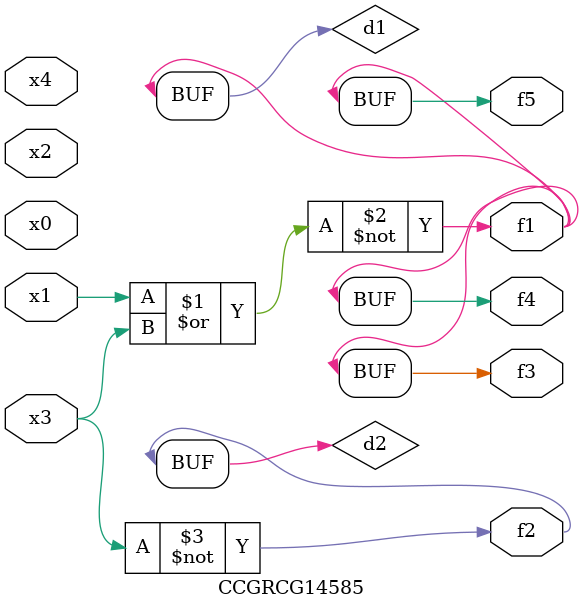
<source format=v>
module CCGRCG14585(
	input x0, x1, x2, x3, x4,
	output f1, f2, f3, f4, f5
);

	wire d1, d2;

	nor (d1, x1, x3);
	not (d2, x3);
	assign f1 = d1;
	assign f2 = d2;
	assign f3 = d1;
	assign f4 = d1;
	assign f5 = d1;
endmodule

</source>
